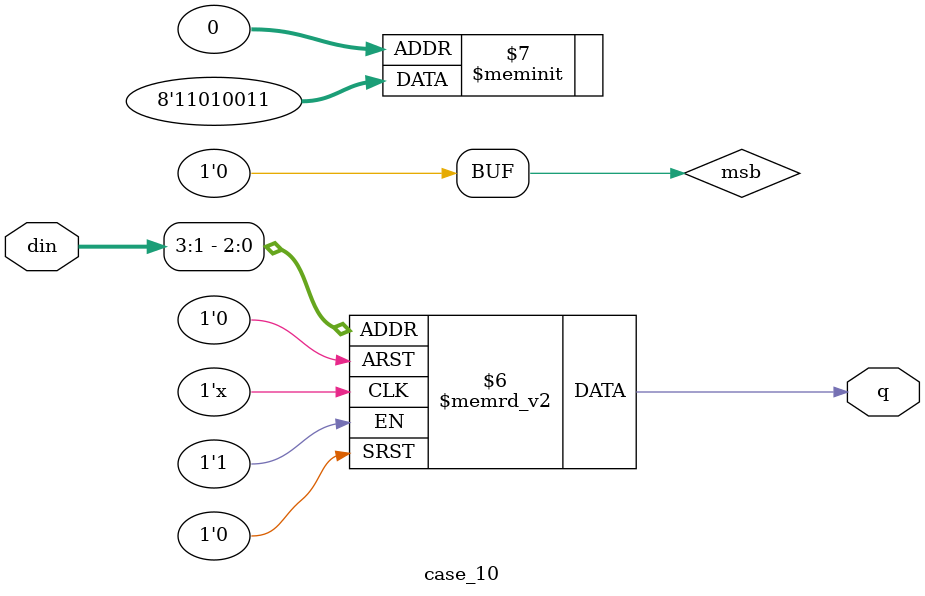
<source format=v>
module case_10
(
   input [3:0] din,
   output reg q
);
   wire msb = din[0] & !din[0]; // always 0

always @(*) begin
  case ({msb, din[3:1]})
    4'b0110, 4'b0111, 4'b0001, 4'b0100, 4'b0000: q = 1'b1;
    4'b0010, 4'b0101, 4'b0011: q = 1'b0; 
// following are never happen, as 'msb==0' but logic deep enough to not be covered by optimizations
//    4'b1110, 4'b1111, 4'b1001, 4'b1100, 4'b1000: q = 1'b1;
//    4'b1010, 4'b1101, 4'b1011: q = 1'b0; 
  endcase
end

endmodule

</source>
